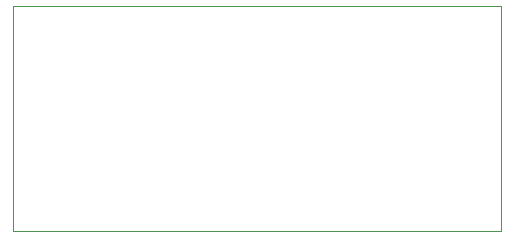
<source format=gbr>
%TF.GenerationSoftware,KiCad,Pcbnew,7.0.10*%
%TF.CreationDate,2024-01-20T12:44:41+00:00*%
%TF.ProjectId,arty_hdmi_pmod,61727479-5f68-4646-9d69-5f706d6f642e,rev?*%
%TF.SameCoordinates,Original*%
%TF.FileFunction,Profile,NP*%
%FSLAX46Y46*%
G04 Gerber Fmt 4.6, Leading zero omitted, Abs format (unit mm)*
G04 Created by KiCad (PCBNEW 7.0.10) date 2024-01-20 12:44:41*
%MOMM*%
%LPD*%
G01*
G04 APERTURE LIST*
%TA.AperFunction,Profile*%
%ADD10C,0.100000*%
%TD*%
G04 APERTURE END LIST*
D10*
X77673200Y-46278800D02*
X119024400Y-46278800D01*
X119024400Y-65328800D01*
X77673200Y-65328800D01*
X77673200Y-46278800D01*
M02*

</source>
